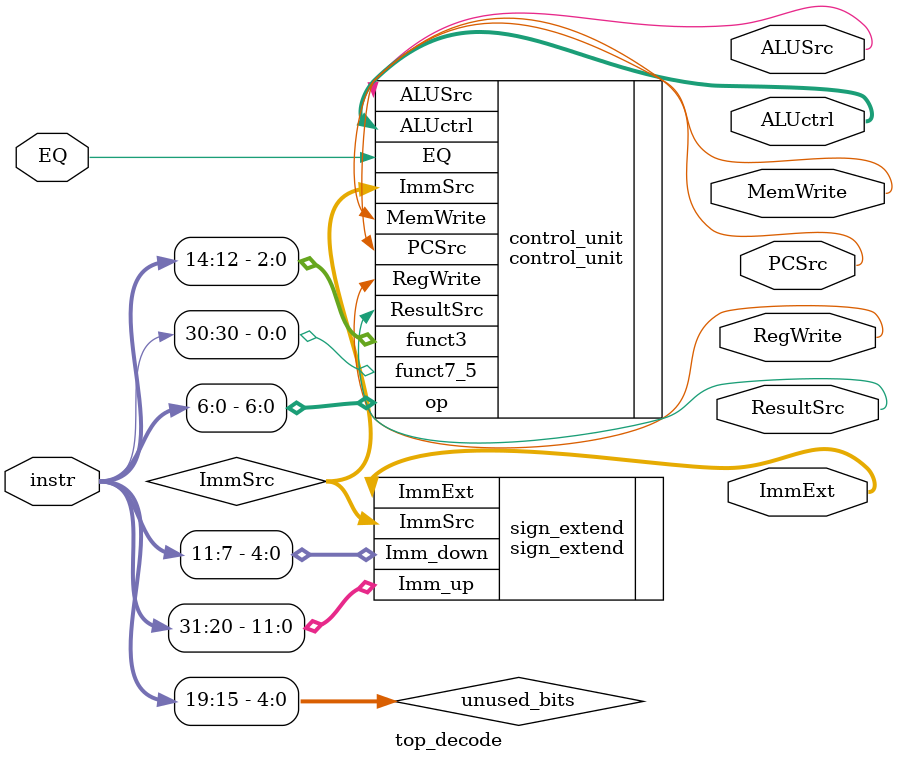
<source format=sv>
module top_decode #(
    parameter DATA_WIDTH = 32
) (
    input  logic [DATA_WIDTH-1:0]  instr,
    input  logic                   EQ,
    output logic [2:0]             ALUctrl,
    output logic                   RegWrite,
    output logic                   ALUSrc,
    output logic                   MemWrite,
    output logic                   ResultSrc,
    output logic                   PCSrc,
    output logic [DATA_WIDTH-1:0]  ImmExt
);

logic [1:0] ImmSrc;
logic [19:15] unused_bits = instr[19:15];

control_unit control_unit (
    .op         (instr[6:0]),
    .funct3     (instr[14:12]),
    .funct7_5   (instr[30]),
    .EQ         (EQ),  
    .ALUctrl    (ALUctrl),
    .ImmSrc     (ImmSrc), 
    .RegWrite   (RegWrite),
    .ALUSrc     (ALUSrc),
    .MemWrite   (MemWrite),
    .ResultSrc  (ResultSrc),
    .PCSrc      (PCSrc)
);

sign_extend sign_extend(
    .Imm_up        (instr[31:20]),
    .Imm_down      (instr[11:7]),
    .ImmSrc        (ImmSrc),
    .ImmExt        (ImmExt)     
);

    
endmodule

</source>
